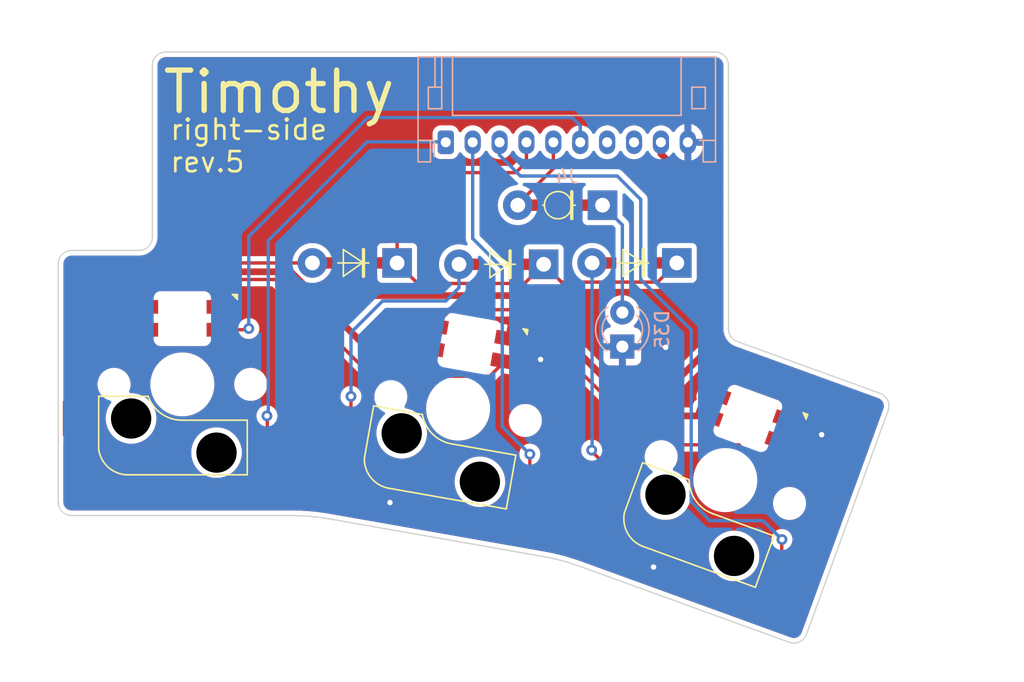
<source format=kicad_pcb>
(kicad_pcb (version 20211014) (generator pcbnew)
  (layers (0 "F.Cu" signal) (31 "B.Cu" signal) (34 "B.Paste" user) (35 "F.Paste" user) (36 "B.SilkS" user "B.Silkscreen") (37 "F.SilkS" user "F.Silkscreen") (38 "B.Mask" user) (39 "F.Mask" user) (44 "Edge.Cuts" user))
  (net 0 "")
  (net 1 "GND")
  (net 2 "Net-(D35-Pad2)")
  (net 3 "/C6")
  (net 4 "/VCC")
  (net 5 "Net-(D81-Pad2)")
  (net 6 "Net-(D82-Pad2)")
  (net 8 "/C5")
  (net 9 "Net-(D83-Pad2)")
  (net 10 "Net-(SW68-Pad6)")
  (net 11 "Net-(SW69-Pad6)")
  (net 12 "/C4")
  (net 13 "/BACKLIGHT_IN")
  (net 14 "/R5")
  (net 15 "/PWR_LED")
  (footprint "keyboard:CRD" (layer "F.Cu") (at 68.45535 205.019114 180)
    (fp_text reference "D36" hide)
    (fp_text value "CRD")
    (fp_line (start 4.318 0) (end 4.445 0) (layer "F.SilkS") (width 0.12))
    (fp_line (start 2.032 0) (end 2.286 0) (layer "F.SilkS") (width 0.12))
    (fp_line (start 2.286 -1) (end 2.286 1) (layer "F.SilkS") (width 0.25))
    (fp_circle (center 3.302 0) (end 3.302 -1.016) (layer "F.SilkS") (width 0.12) (fill none))
    (pad "" smd rect (at 1.5 0 180) (size 1 0.85) (layers "F.Cu" "F.Paste" "F.Mask"))
    (pad "" smd rect (at 5 0 180) (size 1 0.85) (layers "F.Cu" "F.Paste" "F.Mask"))
    (pad "1" thru_hole rect (at 0 0 180) (size 2.2 2.2) (drill 1.1) (layers *.Cu *.Mask) (net 2 "Net-(D35-Pad2)"))
    (pad "2" thru_hole oval (at 6.3 0 180) (size 2.2 2.2) (drill 1.1) (layers *.Cu *.Mask) (net 15 "/PWR_LED"))
  )
  (footprint "keyboard:MX_Socket_LED" (layer "F.Cu") (at 71.910984 213.303669 -20)
    (fp_text reference "SW68" hide)
    (fp_text value "Key_Switch_with_LED" hide)
    (fp_line (start 14.326 16.231) (end 5.436 16.231) (layer "F.SilkS") (width 0.12))
    (fp_line (start 3.277 10.385208) (end 6.96 10.389) (layer "F.SilkS") (width 0.12))
    (fp_line (start 9.5 12.167) (end 14.326 12.167) (layer "F.SilkS") (width 0.12))
    (fp_line (start 14.326 12.167) (end 14.326 16.231) (layer "F.SilkS") (width 0.12))
    (fp_line (start 3.277 10.385208) (end 3.277 14.326) (layer "F.SilkS") (width 0.12))
    (fp_arc (start 5.436 16.231) (mid 4.002296 15.679932) (end 3.277 14.326) (layer "F.SilkS") (width 0.12))
    (fp_arc (start 9.5 12.167) (mid 7.946309 11.683273) (end 6.96 10.389) (layer "F.SilkS") (width 0.12))
    (fp_poly (pts (xy 13.6 3.2) (xy 13.6 2.8) (xy 13.2 2.8)) (layer "F.SilkS") (width 0.1) (fill solid))
    (pad "" np_thru_hole circle (at 4.42 9.5 70) (size 1.7 1.7) (drill 1.7) (layers *.Cu *.Mask))
    (pad "" np_thru_hole oval (at 10.85 4.6 160) (size 0.5 3.3) (drill oval 0.5 3.3) (layers F&B.Cu *.Mask))
    (pad "" np_thru_hole circle (at 14.58 9.5 70) (size 1.7 1.7) (drill 1.7) (layers *.Cu *.Mask))
    (pad "" np_thru_hole oval (at 9.5 6.125 70) (size 0.3 3.5) (drill oval 0.3 3.5) (layers F&B.Cu *.Mask))
    (pad "" np_thru_hole oval (at 7.9 4.6 340) (size 0.3 3.3) (drill oval 0.3 3.3) (layers F&B.Cu *.Mask))
    (pad "" np_thru_hole circle (at 12.04 14.58 340) (size 3 3) (drill 3) (layers *.Mask))
    (pad "" np_thru_hole oval (at 8.175 4.6 340) (size 0.5 3.3) (drill oval 0.5 3.3) (layers F&B.Cu *.Mask))
    (pad "" np_thru_hole oval (at 9.5 4.6 340) (size 1.7 3.3) (drill oval 1.7 3.3) (layers F&B.Cu *.Mask))
    (pad "" np_thru_hole oval (at 11.1 4.6 340) (size 0.3 3.3) (drill oval 0.3 3.3) (layers F&B.Cu *.Mask))
    (pad "" np_thru_hole oval (at 9.5 3.1 70) (size 0.3 3.5) (drill oval 0.3 3.5) (layers F&B.Cu *.Mask))
    (pad "" np_thru_hole circle (at 9.5 9.5 70) (size 4 4) (drill 4) (layers F&B.Cu *.Mask))
    (pad "" np_thru_hole oval (at 8.925 4.6 340) (size 1.7 3.3) (drill oval 1.7 3.3) (layers F&B.Cu *.Mask))
    (pad "" np_thru_hole circle (at 5.69 12.04 340) (size 3 3) (drill 3) (layers *.Mask))
    (pad "" np_thru_hole oval (at 10.1 4.6 340) (size 1.65 3.3) (drill oval 1.65 3.3) (layers F&B.Cu *.Mask))
    (pad "1" smd rect (at 15.815 14.58 340) (size 2.6 2.6) (layers "F.Cu" "F.Paste" "F.Mask") (net 3 "/C6"))
    (pad "2" smd rect (at 1.915 12.04 340) (size 2.6 2.6) (layers "F.Cu" "F.Paste" "F.Mask") (net 5 "Net-(D81-Pad2)"))
    (pad "3" smd rect (at 6.7 5.436 340) (size 2 1.02) (layers "F.Cu" "F.Paste" "F.Mask") (net 4 "/VCC"))
    (pad "4" smd rect (at 6.7 3.7325 340) (size 2 1.02) (layers "F.Cu" "F.Paste" "F.Mask"))
    (pad "5" smd rect (at 12.3 3.7325 340) (size 2 1.02) (layers "F.Cu" "F.Paste" "F.Mask") (net 1 "GND"))
    (pad "6" smd rect (at 12.3 5.436 340) (size 2 1.02) (layers "F.Cu" "F.Paste" "F.Mask") (net 10 "Net-(SW68-Pad6)"))
  )
  (footprint "keyboard:MX_Socket_LED" (layer "F.Cu") (at 50.010984 209.153669 -10)
    (fp_text reference "SW69" hide)
    (fp_text value "Key_Switch_with_LED" hide)
    (fp_line (start 3.277 10.385208) (end 3.277 14.326) (layer "F.SilkS") (width 0.12))
    (fp_line (start 9.5 12.167) (end 14.326 12.167) (layer "F.SilkS") (width 0.12))
    (fp_line (start 14.326 12.167) (end 14.326 16.231) (layer "F.SilkS") (width 0.12))
    (fp_line (start 14.326 16.231) (end 5.436 16.231) (layer "F.SilkS") (width 0.12))
    (fp_line (start 3.277 10.385208) (end 6.96 10.389) (layer "F.SilkS") (width 0.12))
    (fp_arc (start 5.436 16.231) (mid 4.002296 15.679932) (end 3.277 14.326) (layer "F.SilkS") (width 0.12))
    (fp_arc (start 9.5 12.167) (mid 7.946311 11.683273) (end 6.96 10.389) (layer "F.SilkS") (width 0.12))
    (fp_poly (pts (xy 13.6 3.2) (xy 13.6 2.8) (xy 13.2 2.8)) (layer "F.SilkS") (width 0.1) (fill solid))
    (pad "" np_thru_hole circle (at 9.5 9.5 80) (size 4 4) (drill 4) (layers F&B.Cu *.Mask))
    (pad "" np_thru_hole circle (at 4.42 9.5 80) (size 1.7 1.7) (drill 1.7) (layers *.Cu *.Mask))
    (pad "" np_thru_hole oval (at 10.1 4.6 350) (size 1.65 3.3) (drill oval 1.65 3.3) (layers F&B.Cu *.Mask))
    (pad "" np_thru_hole oval (at 10.85 4.6 170) (size 0.5 3.3) (drill oval 0.5 3.3) (layers F&B.Cu *.Mask))
    (pad "" np_thru_hole circle (at 5.69 12.04 350) (size 3 3) (drill 3) (layers *.Mask))
    (pad "" np_thru_hole oval (at 7.9 4.6 350) (size 0.3 3.3) (drill oval 0.3 3.3) (layers F&B.Cu *.Mask))
    (pad "" np_thru_hole oval (at 8.175 4.6 350) (size 0.5 3.3) (drill oval 0.5 3.3) (layers F&B.Cu *.Mask))
    (pad "" np_thru_hole circle (at 14.58 9.5 80) (size 1.7 1.7) (drill 1.7) (layers *.Cu *.Mask))
    (pad "" np_thru_hole oval (at 11.1 4.6 350) (size 0.3 3.3) (drill oval 0.3 3.3) (layers F&B.Cu *.Mask))
    (pad "" np_thru_hole oval (at 9.5 4.6 350) (size 1.7 3.3) (drill oval 1.7 3.3) (layers F&B.Cu *.Mask))
    (pad "" np_thru_hole oval (at 9.5 6.125 80) (size 0.3 3.5) (drill oval 0.3 3.5) (layers F&B.Cu *.Mask))
    (pad "" np_thru_hole circle (at 12.04 14.58 350) (size 3 3) (drill 3) (layers *.Mask))
    (pad "" np_thru_hole oval (at 8.925 4.6 350) (size 1.7 3.3) (drill oval 1.7 3.3) (layers F&B.Cu *.Mask))
    (pad "" np_thru_hole oval (at 9.5 3.1 80) (size 0.3 3.5) (drill oval 0.3 3.5) (layers F&B.Cu *.Mask))
    (pad "1" smd rect (at 15.815 14.58 350) (size 2.6 2.6) (layers "F.Cu" "F.Paste" "F.Mask") (net 8 "/C5"))
    (pad "2" smd rect (at 1.915 12.04 350) (size 2.6 2.6) (layers "F.Cu" "F.Paste" "F.Mask") (net 6 "Net-(D82-Pad2)"))
    (pad "3" smd rect (at 6.7 5.436 350) (size 2 1.02) (layers "F.Cu" "F.Paste" "F.Mask") (net 4 "/VCC"))
    (pad "4" smd rect (at 6.7 3.7325 350) (size 2 1.02) (layers "F.Cu" "F.Paste" "F.Mask") (net 10 "Net-(SW68-Pad6)"))
    (pad "5" smd rect (at 12.3 3.7325 350) (size 2 1.02) (layers "F.Cu" "F.Paste" "F.Mask") (net 1 "GND"))
    (pad "6" smd rect (at 12.3 5.436 350) (size 2 1.02) (layers "F.Cu" "F.Paste" "F.Mask") (net 11 "Net-(SW69-Pad6)"))
  )
  (footprint "keyboard:Diode" (layer "F.Cu") (at 53.18035 209.319114 180)
    (fp_text reference "D83" hide)
    (fp_text value "D")
    (fp_line (start 2.595 0) (end 4 -1) (layer "F.SilkS") (width 0.12))
    (fp_line (start 4 -1) (end 4 1) (layer "F.SilkS") (width 0.12))
    (fp_line (start 2.5 -1) (end 2.5 1) (layer "F.SilkS") (width 0.25))
    (fp_line (start 2.1 0) (end 4.4 0) (layer "F.SilkS") (width 0.12))
    (fp_line (start 4 1) (end 2.5 0) (layer "F.SilkS") (width 0.12))
    (pad "" smd rect (at 5 0 180) (size 1 0.85) (layers "F.Cu" "F.Paste" "F.Mask"))
    (pad "" smd rect (at 1.5 0 180) (size 1 0.85) (layers "F.Cu" "F.Paste" "F.Mask"))
    (pad "1" thru_hole rect (at 0 0 180) (size 2.2 2.2) (drill 1.1) (layers *.Cu *.Mask) (net 14 "/R5"))
    (pad "2" thru_hole oval (at 6.3 0 180) (size 2.2 2.2) (drill 1.1) (layers *.Cu *.Mask) (net 9 "Net-(D83-Pad2)"))
  )
  (footprint "keyboard:MX_Socket_LED" (layer "F.Cu") (at 27.710984 208.853669)
    (fp_text reference "SW70" hide)
    (fp_text value "Key_Switch_with_LED" hide)
    (fp_line (start 9.5 12.167) (end 14.326 12.167) (layer "F.SilkS") (width 0.12))
    (fp_line (start 3.277 10.385208) (end 6.96 10.389) (layer "F.SilkS") (width 0.12))
    (fp_line (start 3.277 10.385208) (end 3.277 14.326) (layer "F.SilkS") (width 0.12))
    (fp_line (start 14.326 12.167) (end 14.326 16.231) (layer "F.SilkS") (width 0.12))
    (fp_line (start 14.326 16.231) (end 5.436 16.231) (layer "F.SilkS") (width 0.12))
    (fp_arc (start 9.5 12.167) (mid 7.94631 11.683272) (end 6.96 10.389) (layer "F.SilkS") (width 0.12))
    (fp_arc (start 5.436 16.231) (mid 4.002296 15.679932) (end 3.277 14.326) (layer "F.SilkS") (width 0.12))
    (fp_poly (pts (xy 13.6 3.2) (xy 13.6 2.8) (xy 13.2 2.8)) (layer "F.SilkS") (width 0.1) (fill solid))
    (pad "" np_thru_hole oval (at 7.9 4.6) (size 0.3 3.3) (drill oval 0.3 3.3) (layers F&B.Cu *.Mask))
    (pad "" np_thru_hole circle (at 12.04 14.58) (size 3 3) (drill 3) (layers *.Mask))
    (pad "" np_thru_hole circle (at 4.42 9.5 90) (size 1.7 1.7) (drill 1.7) (layers *.Cu *.Mask))
    (pad "" np_thru_hole oval (at 9.5 6.125 90) (size 0.3 3.5) (drill oval 0.3 3.5) (layers F&B.Cu *.Mask))
    (pad "" np_thru_hole oval (at 8.925 4.6) (size 1.7 3.3) (drill oval 1.7 3.3) (layers F&B.Cu *.Mask))
    (pad "" np_thru_hole oval (at 9.5 3.1 90) (size 0.3 3.5) (drill oval 0.3 3.5) (layers F&B.Cu *.Mask))
    (pad "" np_thru_hole oval (at 8.175 4.6) (size 0.5 3.3) (drill oval 0.5 3.3) (layers F&B.Cu *.Mask))
    (pad "" np_thru_hole oval (at 10.1 4.6) (size 1.65 3.3) (drill oval 1.65 3.3) (layers F&B.Cu *.Mask))
    (pad "" np_thru_hole circle (at 5.69 12.04) (size 3 3) (drill 3) (layers *.Mask))
    (pad "" np_thru_hole oval (at 10.85 4.6 180) (size 0.5 3.3) (drill oval 0.5 3.3) (layers F&B.Cu *.Mask))
    (pad "" np_thru_hole oval (at 9.5 4.6) (size 1.7 3.3) (drill oval 1.7 3.3) (layers F&B.Cu *.Mask))
    (pad "" np_thru_hole oval (at 11.1 4.6) (size 0.3 3.3) (drill oval 0.3 3.3) (layers F&B.Cu *.Mask))
    (pad "" np_thru_hole circle (at 9.5 9.5 90) (size 4 4) (drill 4) (layers F&B.Cu *.Mask))
    (pad "" np_thru_hole circle (at 14.58 9.5 90) (size 1.7 1.7) (drill 1.7) (layers *.Cu *.Mask))
    (pad "1" smd rect (at 15.815 14.58) (size 2.6 2.6) (layers "F.Cu" "F.Paste" "F.Mask") (net 12 "/C4"))
    (pad "2" smd rect (at 1.915 12.04) (size 2.6 2.6) (layers "F.Cu" "F.Paste" "F.Mask") (net 9 "Net-(D83-Pad2)"))
    (pad "3" smd rect (at 6.7 5.436) (size 2 1.02) (layers "F.Cu" "F.Paste" "F.Mask") (net 4 "/VCC"))
    (pad "4" smd rect (at 6.7 3.7325) (size 2 1.02) (layers "F.Cu" "F.Paste" "F.Mask") (net 11 "Net-(SW69-Pad6)"))
    (pad "5" smd rect (at 12.3 3.7325) (size 2 1.02) (layers "F.Cu" "F.Paste" "F.Mask") (net 1 "GND"))
    (pad "6" smd rect (at 12.3 5.436) (size 2 1.02) (layers "F.Cu" "F.Paste" "F.Mask") (net 13 "/BACKLIGHT_IN"))
  )
  (footprint "keyboard:Diode" (layer "F.Cu") (at 73.98035 209.319114 180)
    (fp_text reference "D81" hide)
    (fp_text value "D")
    (fp_line (start 2.5 -1) (end 2.5 1) (layer "F.SilkS") (width 0.25))
    (fp_line (start 2.1 0) (end 4.4 0) (layer "F.SilkS") (width 0.12))
    (fp_line (start 4 -1) (end 4 1) (layer "F.SilkS") (width 0.12))
    (fp_line (start 4 1) (end 2.5 0) (layer "F.SilkS") (width 0.12))
    (fp_line (start 2.595 0) (end 4 -1) (layer "F.SilkS") (width 0.12))
    (pad "" smd rect (at 5 0 180) (size 1 0.85) (layers "F.Cu" "F.Paste" "F.Mask"))
    (pad "" smd rect (at 1.5 0 180) (size 1 0.85) (layers "F.Cu" "F.Paste" "F.Mask"))
    (pad "1" thru_hole rect (at 0 0 180) (size 2.2 2.2) (drill 1.1) (layers *.Cu *.Mask) (net 14 "/R5"))
    (pad "2" thru_hole oval (at 6.3 0 180) (size 2.2 2.2) (drill 1.1) (layers *.Cu *.Mask) (net 5 "Net-(D81-Pad2)"))
  )
  (footprint "keyboard:Diode" (layer "F.Cu") (at 64.08035 209.419114 180)
    (fp_text reference "D82" hide)
    (fp_text value "D")
    (fp_line (start 2.1 0) (end 4.4 0) (layer "F.SilkS") (width 0.12))
    (fp_line (start 2.5 -1) (end 2.5 1) (layer "F.SilkS") (width 0.25))
    (fp_line (start 4 1) (end 2.5 0) (layer "F.SilkS") (width 0.12))
    (fp_line (start 2.595 0) (end 4 -1) (layer "F.SilkS") (width 0.12))
    (fp_line (start 4 -1) (end 4 1) (layer "F.SilkS") (width 0.12))
    (pad "" smd rect (at 5 0 180) (size 1 0.85) (layers "F.Cu" "F.Paste" "F.Mask"))
    (pad "" smd rect (at 1.5 0 180) (size 1 0.85) (layers "F.Cu" "F.Paste" "F.Mask"))
    (pad "1" thru_hole rect (at 0 0 180) (size 2.2 2.2) (drill 1.1) (layers *.Cu *.Mask) (net 14 "/R5"))
    (pad "2" thru_hole oval (at 6.3 0 180) (size 2.2 2.2) (drill 1.1) (layers *.Cu *.Mask) (net 6 "Net-(D82-Pad2)"))
  )
  (footprint "Connector_JST:JST_PH_S10B-PH-K_1x10_P2.00mm_Horizontal" (layer "B.Cu") (at 56.8 200.338315)
    (fp_text reference "J4" (at 9 2.55) (layer "B.SilkS") (effects (justify mirror)))
    (fp_text value "Conn_01x10")
    (fp_line (start 19.14 1.46) (end 19.14 -0.14) (layer "B.SilkS") (width 0.12))
    (fp_line (start 17.5 -2) (end 17.5 -6.36) (layer "B.SilkS") (width 0.12))
    (fp_line (start 19.3 -4.1) (end 18.3 -4.1) (layer "B.SilkS") (width 0.12))
    (fp_line (start -1.3 -4.1) (end -0.3 -4.1) (layer "B.SilkS") (width 0.12))
    (fp_line (start 20.06 -6.36) (end 20.06 1.46) (layer "B.SilkS") (width 0.12))
    (fp_line (start 20.06 -0.14) (end 19.14 -0.14) (layer "B.SilkS") (width 0.12))
    (fp_line (start -0.8 -4.1) (end -0.8 -6.36) (layer "B.SilkS") (width 0.12))
    (fp_line (start 0.5 -2) (end 17.5 -2) (layer "B.SilkS") (width 0.12))
    (fp_line (start -0.3 -4.1) (end -0.3 -6.36) (layer "B.SilkS") (width 0.12))
    (fp_line (start 19.3 -2.5) (end 19.3 -4.1) (layer "B.SilkS") (width 0.12))
    (fp_line (start -0.3 -4.1) (end -0.3 -2.5) (layer "B.SilkS") (width 0.12))
    (fp_line (start -2.06 -0.14) (end -1.14 -0.14) (layer "B.SilkS") (width 0.12))
    (fp_line (start 19.14 -0.14) (end 18.86 -0.14) (layer "B.SilkS") (width 0.12))
    (fp_line (start -0.86 -0.14) (end -0.86 1.075) (layer "B.SilkS") (width 0.12))
    (fp_line (start -0.3 -2.5) (end -1.3 -2.5) (layer "B.SilkS") (width 0.12))
    (fp_line (start 18.3 -4.1) (end 18.3 -2.5) (layer "B.SilkS") (width 0.12))
    (fp_line (start -1.3 -2.5) (end -1.3 -4.1) (layer "B.SilkS") (width 0.12))
    (fp_line (start -2.06 -6.36) (end 20.06 -6.36) (layer "B.SilkS") (width 0.12))
    (fp_line (start -1.14 -0.14) (end -1.14 1.46) (layer "B.SilkS") (width 0.12))
    (fp_line (start -1.14 1.46) (end -2.06 1.46) (layer "B.SilkS") (width 0.12))
    (fp_line (start -0.86 -0.14) (end -1.14 -0.14) (layer "B.SilkS") (width 0.12))
    (fp_line (start 0.5 -6.36) (end 0.5 -2) (layer "B.SilkS") (width 0.12))
    (fp_line (start -2.06 1.46) (end -2.06 -6.36) (layer "B.SilkS") (width 0.12))
    (fp_line (start 20.06 1.46) (end 19.14 1.46) (layer "B.SilkS") (width 0.12))
    (fp_line (start 18.3 -2.5) (end 19.3 -2.5) (layer "B.SilkS") (width 0.12))
    (pad "1" thru_hole roundrect (at 0 0) (size 1.2 1.75) (drill 0.75) (layers *.Cu *.Mask) (roundrect_rratio 0.2083333333) (net 12 "/C4"))
    (pad "2" thru_hole oval (at 2 0) (size 1.2 1.75) (drill 0.75) (layers *.Cu *.Mask) (net 8 "/C5"))
    (pad "3" thru_hole oval (at 4 0) (size 1.2 1.75) (drill 0.75) (layers *.Cu *.Mask) (net 3 "/C6"))
    (pad "4" thru_hole oval (at 6 0) (size 1.2 1.75) (drill 0.75) (layers *.Cu *.Mask) (net 14 "/R5"))
    (pad "5" thru_hole oval (at 8 0) (size 1.2 1.75) (drill 0.75) (layers *.Cu *.Mask) (net 15 "/PWR_LED"))
    (pad "6" thru_hole oval (at 10 0) (size 1.2 1.75) (drill 0.75) (layers *.Cu *.Mask) (net 13 "/BACKLIGHT_IN"))
    (pad "7" thru_hole oval (at 12 0) (size 1.2 1.75) (drill 0.75) (layers *.Cu *.Mask))
    (pad "8" thru_hole oval (at 14 0) (size 1.2 1.75) (drill 0.75) (layers *.Cu *.Mask))
    (pad "9" thru_hole oval (at 16 0) (size 1.2 1.75) (drill 0.75) (layers *.Cu *.Mask) (net 4 "/VCC"))
    (pad "10" thru_hole oval (at 18 0) (size 1.2 1.75) (drill 0.75) (layers *.Cu *.Mask) (net 1 "GND"))
  )
  (footprint "LED_THT:LED_D3.0mm" (layer "B.Cu") (at 69.93035 215.544114 90)
    (fp_text reference "D35" (at 1.27 2.96 90) (layer "B.SilkS") (effects (justify mirror)))
    (fp_text value "LED")
    (fp_line (start -0.29 -1.08) (end -0.29 -1.236) (layer "B.SilkS") (width 0.12))
    (fp_line (start -0.29 1.236) (end -0.29 1.08) (layer "B.SilkS") (width 0.12))
    (fp_arc (start 2.942335 1.078608) (mid 1.366487 1.987659) (end -0.29 1.235516) (layer "B.SilkS") (width 0.12))
    (fp_arc (start 0.229039 -1.08) (mid 1.270117 -1.5) (end 2.31113 -1.079837) (layer "B.SilkS") (width 0.12))
    (fp_arc (start 2.31113 1.079837) (mid 1.270117 1.5) (end 0.229039 1.08) (layer "B.SilkS") (width 0.12))
    (fp_arc (start -0.29 -1.235516) (mid 1.366487 -1.987659) (end 2.942335 -1.078608) (layer "B.SilkS") (width 0.12))
    (pad "1" thru_hole rect (at 0 0 90) (size 1.8 1.8) (drill 0.9) (layers *.Cu *.Mask) (net 1 "GND"))
    (pad "2" thru_hole circle (at 2.54 0 90) (size 1.8 1.8) (drill 0.9) (layers *.Cu *.Mask) (net 2 "Net-(D35-Pad2)"))
  )
  (gr_arc (start 34.980349 194.619114) (mid 35.273242 193.912007) (end 35.980349 193.619114) (layer "Edge.Cuts") (width 0.1))
  (gr_line (start 64.004349 231.157915) (end 48.136449 228.366715) (layer "Edge.Cuts") (width 0.1))
  (gr_line (start 89.697649 220.302815) (end 83.622649 236.953315) (layer "Edge.Cuts") (width 0.1))
  (gr_line (start 28.980349 208.385815) (end 33.980349 208.385815) (layer "Edge.Cuts") (width 0.1))
  (gr_arc (start 45.271249 228.116705) (mid 46.709292 228.179326) (end 48.136449 228.366715) (layer "Edge.Cuts") (width 0.1))
  (gr_line (start 77.822313 194.616678) (end 77.8269 214.231915) (layer "Edge.Cuts") (width 0.1))
  (gr_arc (start 64.004334 231.157898) (mid 65.409416 231.469261) (end 66.782449 231.900515) (layer "Edge.Cuts") (width 0.1))
  (gr_arc (start 83.622649 236.953315) (mid 83.105526 237.517543) (end 82.340849 237.549515) (layer "Edge.Cuts") (width 0.1))
  (gr_arc (start 78.482728 215.169318) (mid 78.007134 214.803936) (end 77.8269 214.231915) (layer "Edge.Cuts") (width 0.1))
  (gr_arc (start 28.980349 228.116679) (mid 28.274117 227.824644) (end 27.980349 227.119115) (layer "Edge.Cuts") (width 0.1))
  (gr_line (start 27.980349 227.119115) (end 27.980349 209.383415) (layer "Edge.Cuts") (width 0.1))
  (gr_line (start 34.980349 207.388315) (end 34.980349 194.619114) (layer "Edge.Cuts") (width 0.1))
  (gr_arc (start 89.09997 219.024212) (mid 89.66296 219.540039) (end 89.697649 220.302815) (layer "Edge.Cuts") (width 0.1))
  (gr_line (start 45.271249 228.116715) (end 28.980349 228.116715) (layer "Edge.Cuts") (width 0.1))
  (gr_arc (start 76.824749 193.619114) (mid 77.530147 193.911291) (end 77.822313 194.616678) (layer "Edge.Cuts") (width 0.1))
  (gr_line (start 78.482749 215.169315) (end 89.099949 219.024215) (layer "Edge.Cuts") (width 0.1))
  (gr_line (start 82.340849 237.549515) (end 66.782449 231.900515) (layer "Edge.Cuts") (width 0.1))
  (gr_line (start 35.980349 193.619114) (end 76.824749 193.619114) (layer "Edge.Cuts") (width 0.1))
  (gr_arc (start 27.980349 209.383415) (mid 28.273388 208.677156) (end 28.980349 208.385815) (layer "Edge.Cuts") (width 0.1))
  (gr_arc (start 34.980349 207.388315) (mid 34.687303 208.094536) (end 33.980349 208.385815) (layer "Edge.Cuts") (width 0.1))
  (gr_text "Timothy" (at 44.4 196.6) (layer "F.SilkS") (effects (font (size 3 3) (thickness 0.4))))
  (gr_text "right-side\nrev.5" (at 36.2 200.6) (layer "F.SilkS") (effects (font (size 1.5 1.5) (thickness 0.2)) (justify left)))
  (via (at 63.85 216.5) (size 0.8) (drill 0.4) (layers "F.Cu" "B.Cu") (net 1))
  (via (at 84.75 222.1) (size 0.8) (drill 0.4) (layers "F.Cu" "B.Cu") (net 1))
  (via (at 73.15 215.6) (size 0.8) (drill 0.4) (layers "F.Cu" "B.Cu") (net 1))
  (via (at 72.25 231.95) (size 0.8) (drill 0.4) (layers "F.Cu" "B.Cu") (net 1))
  (via (at 52.65 227.15) (size 0.8) (drill 0.4) (layers "F.Cu" "B.Cu") (net 1))
  (segment (start 68.45535 205.019114) (end 69.93035 206.494114) (width 0.25) (layer "B.Cu") (net 2))
  (segment (start 69.93035 206.494114) (end 69.93035 213.004114) (width 0.25) (layer "B.Cu") (net 2))
  (segment (start 81.785569 232.413436) (end 81.785569 229.914431) (width 0.25) (layer "F.Cu") (net 3))
  (segment (start 81.785569 229.914431) (end 81.8 229.9) (width 0.25) (layer "F.Cu") (net 3))
  (via (at 81.8 229.9) (size 0.8) (drill 0.4) (layers "F.Cu" "B.Cu") (net 3))
  (segment (start 69.55 202.85) (end 62.35 202.85) (width 0.25) (layer "B.Cu") (net 3))
  (segment (start 80.4 228.5) (end 76.45 228.5) (width 0.25) (layer "B.Cu") (net 3))
  (segment (start 71.3 204.6) (end 69.55 202.85) (width 0.25) (layer "B.Cu") (net 3))
  (segment (start 62.35 202.85) (end 60.8 201.3) (width 0.25) (layer "B.Cu") (net 3))
  (segment (start 75.05 227.1) (end 75.05 214.3) (width 0.25) (layer "B.Cu") (net 3))
  (segment (start 76.45 228.5) (end 75.05 227.1) (width 0.25) (layer "B.Cu") (net 3))
  (segment (start 60.8 201.3) (end 60.8 200.338315) (width 0.25) (layer "B.Cu") (net 3))
  (segment (start 81.8 229.9) (end 80.4 228.5) (width 0.25) (layer "B.Cu") (net 3))
  (segment (start 75.05 214.3) (end 71.3 210.55) (width 0.25) (layer "B.Cu") (net 3))
  (segment (start 71.3 210.55) (end 71.3 204.6) (width 0.25) (layer "B.Cu") (net 3))
  (segment (start 47.85 211.75) (end 47.45 212.15) (width 0.5) (layer "F.Cu") (net 4))
  (segment (start 32.5 213.55) (end 32.5 212.087153) (width 0.5) (layer "F.Cu") (net 4))
  (segment (start 34.612153 209.975) (end 45.275 209.975) (width 0.5) (layer "F.Cu") (net 4))
  (segment (start 76.3 204.7) (end 76.3 215.75) (width 0.5) (layer "F.Cu") (net 4))
  (segment (start 72.8 201.2) (end 76.3 204.7) (width 0.5) (layer "F.Cu") (net 4))
  (segment (start 32.5 212.087153) (end 34.612153 209.975) (width 0.5) (layer "F.Cu") (net 4))
  (segment (start 76.347703 220.703373) (end 73.796627 220.703373) (width 0.5) (layer "F.Cu") (net 4))
  (segment (start 45.275 209.975) (end 47.45 212.15) (width 0.5) (layer "F.Cu") (net 4))
  (segment (start 62.45 211.75) (end 47.85 211.75) (width 0.5) (layer "F.Cu") (net 4))
  (segment (start 50.970527 215.670527) (end 55.665244 215.670527) (width 0.5) (layer "F.Cu") (net 4))
  (segment (start 71.403373 220.703373) (end 65.625 214.925) (width 0.5) (layer "F.Cu") (net 4))
  (segment (start 72.8 200.338315) (end 72.8 201.2) (width 0.5) (layer "F.Cu") (net 4))
  (segment (start 73.796627 218.253373) (end 73.796627 220.703373) (width 0.5) (layer "F.Cu") (net 4))
  (segment (start 33.239669 214.289669) (end 32.5 213.55) (width 0.5) (layer "F.Cu") (net 4))
  (segment (start 76.3 215.75) (end 73.796627 218.253373) (width 0.5) (layer "F.Cu") (net 4))
  (segment (start 34.410984 214.289669) (end 33.239669 214.289669) (width 0.5) (layer "F.Cu") (net 4))
  (segment (start 65.625 214.925) (end 62.45 211.75) (width 0.5) (layer "F.Cu") (net 4))
  (segment (start 47.45 212.15) (end 50.970527 215.670527) (width 0.5) (layer "F.Cu") (net 4))
  (segment (start 73.796627 220.703373) (end 71.403373 220.703373) (width 0.5) (layer "F.Cu") (net 4))
  (segment (start 67.65 223.329964) (end 69.592573 225.272537) (width 0.25) (layer "F.Cu") (net 5))
  (segment (start 67.65 223.25) (end 67.65 223.329964) (width 0.25) (layer "F.Cu") (net 5))
  (via (at 67.65 223.25) (size 0.8) (drill 0.4) (layers "F.Cu" "B.Cu") (net 5))
  (segment (start 67.65 223.25) (end 67.68035 223.21965) (width 0.25) (layer "B.Cu") (net 5))
  (segment (start 67.68035 223.21965) (end 67.68035 209.319114) (width 0.25) (layer "B.Cu") (net 5))
  (segment (start 49.75 221.287124) (end 49.806167 221.343291) (width 0.25) (layer "F.Cu") (net 6))
  (segment (start 49.75 219.25) (end 49.75 221.287124) (width 0.25) (layer "F.Cu") (net 6))
  (via (at 49.75 219.25) (size 0.8) (drill 0.4) (layers "F.Cu" "B.Cu") (net 6))
  (segment (start 56.8 212.15) (end 52.1 212.15) (width 0.25) (layer "B.Cu") (net 6))
  (segment (start 57.78035 211.16965) (end 56.8 212.15) (width 0.25) (layer "B.Cu") (net 6))
  (segment (start 52.1 212.15) (end 49.75 214.5) (width 0.25) (layer "B.Cu") (net 6))
  (segment (start 57.78035 209.419114) (end 57.78035 211.16965) (width 0.25) (layer "B.Cu") (net 6))
  (segment (start 49.75 214.5) (end 49.75 219.25) (width 0.25) (layer "B.Cu") (net 6))
  (segment (start 63.053928 226.258412) (end 63.053928 223.553928) (width 0.25) (layer "F.Cu") (net 8))
  (segment (start 63.053928 223.553928) (end 63.05 223.55) (width 0.25) (layer "F.Cu") (net 8))
  (via (at 63.05 223.55) (size 0.8) (drill 0.4) (layers "F.Cu" "B.Cu") (net 8))
  (segment (start 63.05 223.55) (end 61 221.5) (width 0.25) (layer "B.Cu") (net 8))
  (segment (start 61 221.5) (end 61 209.7) (width 0.25) (layer "B.Cu") (net 8))
  (segment (start 58.8 200.338315) (end 58.8 207.5) (width 0.25) (layer "B.Cu") (net 8))
  (segment (start 61 209.7) (end 58.8 207.5) (width 0.25) (layer "B.Cu") (net 8))
  (segment (start 29.625984 217.125984) (end 29.625984 220.893669) (width 0.25) (layer "F.Cu") (net 9))
  (segment (start 29.6 217.1) (end 29.625984 217.125984) (width 0.25) (layer "F.Cu") (net 9))
  (segment (start 31.730886 209.319114) (end 29.6 211.45) (width 0.25) (layer "F.Cu") (net 9))
  (segment (start 29.6 211.45) (end 29.6 217.1) (width 0.25) (layer "F.Cu") (net 9))
  (segment (start 46.88035 209.319114) (end 31.730886 209.319114) (width 0.25) (layer "F.Cu") (net 9))
  (segment (start 79.45 223.7) (end 80.528668 223.7) (width 0.25) (layer "F.Cu") (net 10))
  (segment (start 80.528668 223.7) (end 81.609982 222.618686) (width 0.25) (layer "F.Cu") (net 10))
  (segment (start 70.902654 221.502654) (end 72.692889 221.502654) (width 0.25) (layer "F.Cu") (net 10))
  (segment (start 78.6 222.85) (end 79.45 223.7) (width 0.25) (layer "F.Cu") (net 10))
  (segment (start 72.692889 221.502654) (end 74.040235 222.85) (width 0.25) (layer "F.Cu") (net 10))
  (segment (start 55.961054 213.992907) (end 57.153961 212.8) (width 0.25) (layer "F.Cu") (net 10))
  (segment (start 74.040235 222.85) (end 78.6 222.85) (width 0.25) (layer "F.Cu") (net 10))
  (segment (start 57.153961 212.8) (end 62.2 212.8) (width 0.25) (layer "F.Cu") (net 10))
  (segment (start 62.2 212.8) (end 70.902654 221.502654) (width 0.25) (layer "F.Cu") (net 10))
  (segment (start 35.687153 210.55) (end 34.410984 211.826169) (width 0.25) (layer "F.Cu") (net 11))
  (segment (start 34.410984 211.826169) (end 34.410984 212.586169) (width 0.25) (layer "F.Cu") (net 11))
  (segment (start 60.073125 217.75) (end 51.3 217.75) (width 0.25) (layer "F.Cu") (net 11))
  (segment (start 51.3 217.75) (end 44.1 210.55) (width 0.25) (layer "F.Cu") (net 11))
  (segment (start 61.180168 216.642957) (end 60.073125 217.75) (width 0.25) (layer "F.Cu") (net 11))
  (segment (start 44.1 210.55) (end 35.687153 210.55) (width 0.25) (layer "F.Cu") (net 11))
  (segment (start 43.525984 220.725984) (end 43.5 220.7) (width 0.25) (layer "F.Cu") (net 12))
  (segment (start 43.525984 223.433669) (end 43.525984 220.725984) (width 0.25) (layer "F.Cu") (net 12))
  (via (at 43.5 220.7) (size 0.8) (drill 0.4) (layers "F.Cu" "B.Cu") (net 12))
  (segment (start 50.95 200.3) (end 56.761685 200.3) (width 0.25) (layer "B.Cu") (net 12))
  (segment (start 43.6 207.65) (end 50.95 200.3) (width 0.25) (layer "B.Cu") (net 12))
  (segment (start 43.6 220.6) (end 43.6 207.65) (width 0.25) (layer "B.Cu") (net 12))
  (segment (start 56.761685 200.3) (end 56.8 200.338315) (width 0.25) (layer "B.Cu") (net 12))
  (segment (start 43.5 220.7) (end 43.6 220.6) (width 0.25) (layer "B.Cu") (net 12))
  (segment (start 40.010984 214.289669) (end 42.060331 214.289669) (width 0.25) (layer "F.Cu") (net 13))
  (segment (start 42.060331 214.289669) (end 42.15 214.2) (width 0.25) (layer "F.Cu") (net 13))
  (via (at 42.15 214.2) (size 0.8) (drill 0.4) (layers "F.Cu" "B.Cu") (net 13))
  (segment (start 51 198.5) (end 66.2 198.5) (width 0.25) (layer "B.Cu") (net 13))
  (segment (start 66.2 198.5) (end 66.8 199.1) (width 0.25) (layer "B.Cu") (net 13))
  (segment (start 42.15 207.35) (end 51 198.5) (width 0.25) (layer "B.Cu") (net 13))
  (segment (start 42.15 214.2) (end 42.15 207.35) (width 0.25) (layer "B.Cu") (net 13))
  (segment (start 66.8 199.1) (end 66.8 200.338315) (width 0.25) (layer "B.Cu") (net 13))
  (segment (start 62.8 201.8) (end 62 202.6) (width 0.25) (layer "F.Cu") (net 14))
  (segment (start 53.18035 205.21965) (end 53.18035 209.319114) (width 0.25) (layer "F.Cu") (net 14))
  (segment (start 62.65535 210.844114) (end 64.08035 209.419114) (width 0.25) (layer "F.Cu") (net 14))
  (segment (start 54.70535 210.844114) (end 62.65535 210.844114) (width 0.25) (layer "F.Cu") (net 14))
  (segment (start 72.55535 210.744114) (end 73.98035 209.319114) (width 0.25) (layer "F.Cu") (net 14))
  (segment (start 65.40535 210.744114) (end 72.55535 210.744114) (width 0.25) (layer "F.Cu") (net 14))
  (segment (start 53.18035 209.319114) (end 54.70535 210.844114) (width 0.25) (layer "F.Cu") (net 14))
  (segment (start 62 202.6) (end 55.8 202.6) (width 0.25) (layer "F.Cu") (net 14))
  (segment (start 62.8 200.338315) (end 62.8 201.8) (width 0.25) (layer "F.Cu") (net 14))
  (segment (start 64.08035 209.419114) (end 65.40535 210.744114) (width 0.25) (layer "F.Cu") (net 14))
  (segment (start 55.8 202.6) (end 53.18035 205.21965) (width 0.25) (layer "F.Cu") (net 14))
  (segment (start 64.8 200.338315) (end 64.8 202.3) (width 0.25) (layer "F.Cu") (net 15))
  (segment (start 62.830886 204.269114) (end 62.63035 204.269114) (width 0.25) (layer "F.Cu") (net 15))
  (segment (start 62.63035 204.269114) (end 62.15535 204.744114) (width 0.25) (layer "F.Cu") (net 15))
  (segment (start 62.15535 204.744114) (end 62.15535 205.019114) (width 0.25) (layer "F.Cu") (net 15))
  (segment (start 64.8 202.3) (end 62.830886 204.269114) (width 0.25) (layer "F.Cu") (net 15))
  (zone (net 1) (net_name "GND") (layers F&B.Cu) (connect_pads (clearance 0.381)) (min_thickness 0.254) (fill yes (thermal_gap 0.508) (thermal_bridge_width 0.508))
    (polygon (pts (xy 99.8 240.5) (xy 23.65 240.5) (xy 23.65 189.75) (xy 99.8 189.75)))
  )
)
</source>
